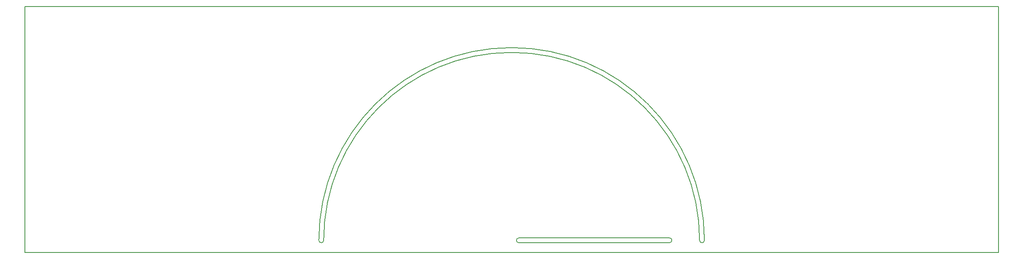
<source format=gbr>
G04 #@! TF.GenerationSoftware,KiCad,Pcbnew,5.0.2-bee76a0~70~ubuntu18.04.1*
G04 #@! TF.CreationDate,2019-01-05T21:06:59+08:00*
G04 #@! TF.ProjectId,ruler-pcb,72756c65-722d-4706-9362-2e6b69636164,rev?*
G04 #@! TF.SameCoordinates,Original*
G04 #@! TF.FileFunction,Profile,NP*
%FSLAX46Y46*%
G04 Gerber Fmt 4.6, Leading zero omitted, Abs format (unit mm)*
G04 Created by KiCad (PCBNEW 5.0.2-bee76a0~70~ubuntu18.04.1) date 2019年01月05日 星期六 21时06分59秒*
%MOMM*%
%LPD*%
G01*
G04 APERTURE LIST*
%ADD10C,0.200000*%
G04 APERTURE END LIST*
D10*
X86400000Y-74200000D02*
G75*
G02X85400000Y-74200000I-500000J0D01*
G01*
X165400000Y-74200000D02*
G75*
G02X164400000Y-74200000I-500000J0D01*
G01*
X126900000Y-74700000D02*
G75*
G02X126900000Y-73700000I0J500000D01*
G01*
X158150000Y-73700000D02*
G75*
G02X158150000Y-74700000I0J-500000D01*
G01*
X126900000Y-73700000D02*
X158150000Y-73700000D01*
X158150000Y-74700000D02*
X126900000Y-74700000D01*
X86400000Y-74200000D02*
G75*
G02X164400000Y-74200000I39000000J0D01*
G01*
X85400000Y-74200000D02*
G75*
G02X165400000Y-74200000I40000000J0D01*
G01*
X226400000Y-25700000D02*
X24400000Y-25700000D01*
X226400000Y-76700000D02*
X226400000Y-25700000D01*
X24400000Y-76700000D02*
X226400000Y-76700000D01*
X24400000Y-25700000D02*
X24400000Y-76700000D01*
M02*

</source>
